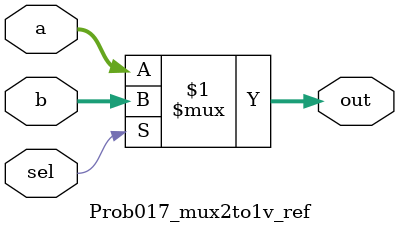
<source format=sv>

module Prob017_mux2to1v_ref (
  input [99:0] a,
  input [99:0] b,
  input sel,
  output [99:0] out
);

  assign out = sel ? b : a;

endmodule


</source>
